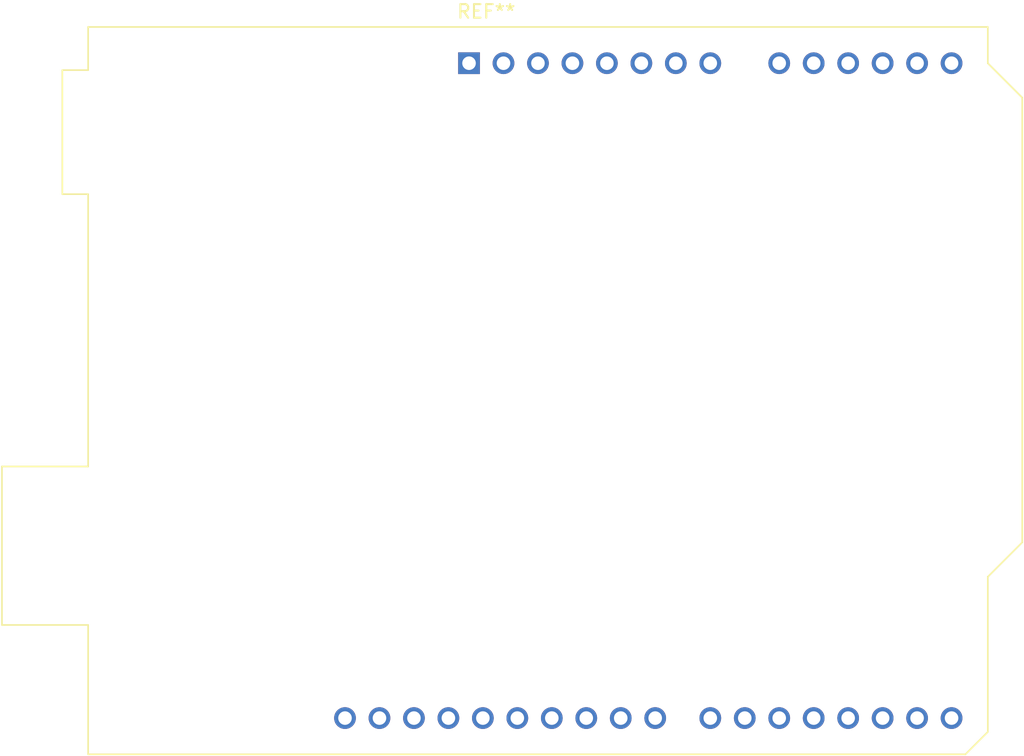
<source format=kicad_pcb>
(kicad_pcb (version 20171130) (host pcbnew 5.1.12-1.fc35)

  (general
    (thickness 1.6)
    (drawings 0)
    (tracks 0)
    (zones 0)
    (modules 1)
    (nets 1)
  )

  (page A4)
  (layers
    (0 F.Cu signal)
    (31 B.Cu signal)
    (32 B.Adhes user)
    (33 F.Adhes user)
    (34 B.Paste user)
    (35 F.Paste user)
    (36 B.SilkS user)
    (37 F.SilkS user)
    (38 B.Mask user)
    (39 F.Mask user)
    (40 Dwgs.User user)
    (41 Cmts.User user)
    (42 Eco1.User user)
    (43 Eco2.User user)
    (44 Edge.Cuts user)
    (45 Margin user)
    (46 B.CrtYd user)
    (47 F.CrtYd user)
    (48 B.Fab user)
    (49 F.Fab user)
  )

  (setup
    (last_trace_width 0.25)
    (trace_clearance 0.2)
    (zone_clearance 0.508)
    (zone_45_only no)
    (trace_min 0.2)
    (via_size 0.8)
    (via_drill 0.4)
    (via_min_size 0.4)
    (via_min_drill 0.3)
    (uvia_size 0.3)
    (uvia_drill 0.1)
    (uvias_allowed no)
    (uvia_min_size 0.2)
    (uvia_min_drill 0.1)
    (edge_width 0.12)
    (segment_width 0.12)
    (pcb_text_width 0.3)
    (pcb_text_size 1.5 1.5)
    (mod_edge_width 0.12)
    (mod_text_size 1 1)
    (mod_text_width 0.15)
    (pad_size 1.524 1.524)
    (pad_drill 0.762)
    (pad_to_mask_clearance 0)
    (aux_axis_origin 0 0)
    (visible_elements FFFFFF7F)
    (pcbplotparams
      (layerselection 0x010fc_ffffffff)
      (usegerberextensions false)
      (usegerberattributes true)
      (usegerberadvancedattributes true)
      (creategerberjobfile true)
      (excludeedgelayer true)
      (linewidth 0.200000)
      (plotframeref false)
      (viasonmask false)
      (mode 1)
      (useauxorigin false)
      (hpglpennumber 1)
      (hpglpenspeed 20)
      (hpglpendiameter 15.000000)
      (psnegative false)
      (psa4output false)
      (plotreference true)
      (plotvalue true)
      (plotinvisibletext false)
      (padsonsilk false)
      (subtractmaskfromsilk false)
      (outputformat 1)
      (mirror false)
      (drillshape 1)
      (scaleselection 1)
      (outputdirectory ""))
  )

  (net 0 "")

  (net_class Default "This is the default net class."
    (clearance 0.2)
    (trace_width 0.25)
    (via_dia 0.8)
    (via_drill 0.4)
    (uvia_dia 0.3)
    (uvia_drill 0.1)
  )

  (module Module:Arduino_UNO_R3_WithMountingHoles (layer F.Cu) (tedit 5B3F95CF) (tstamp 61F42546)
    (at 134.8 72.3)
    (descr "Arduino UNO R3, http://www.mouser.com/pdfdocs/Gravitech_Arduino_Nano3_0.pdf")
    (tags "Arduino UNO R3")
    (fp_text reference REF** (at 1.27 -3.81 180) (layer F.SilkS)
      (effects (font (size 1 1) (thickness 0.15)))
    )
    (fp_text value Arduino_UNO_R3_WithMountingHoles (at 0 22.86) (layer F.Fab)
      (effects (font (size 1 1) (thickness 0.15)))
    )
    (fp_text user %R (at 0 20.32 180) (layer F.Fab)
      (effects (font (size 1 1) (thickness 0.15)))
    )
    (fp_line (start 38.35 -2.79) (end 38.35 0) (layer F.CrtYd) (width 0.05))
    (fp_line (start 38.35 0) (end 40.89 2.54) (layer F.CrtYd) (width 0.05))
    (fp_line (start 40.89 2.54) (end 40.89 35.31) (layer F.CrtYd) (width 0.05))
    (fp_line (start 40.89 35.31) (end 38.35 37.85) (layer F.CrtYd) (width 0.05))
    (fp_line (start 38.35 37.85) (end 38.35 49.28) (layer F.CrtYd) (width 0.05))
    (fp_line (start 38.35 49.28) (end 36.58 51.05) (layer F.CrtYd) (width 0.05))
    (fp_line (start 36.58 51.05) (end -28.19 51.05) (layer F.CrtYd) (width 0.05))
    (fp_line (start -28.19 51.05) (end -28.19 41.53) (layer F.CrtYd) (width 0.05))
    (fp_line (start -28.19 41.53) (end -34.54 41.53) (layer F.CrtYd) (width 0.05))
    (fp_line (start -34.54 41.53) (end -34.54 29.59) (layer F.CrtYd) (width 0.05))
    (fp_line (start -34.54 29.59) (end -28.19 29.59) (layer F.CrtYd) (width 0.05))
    (fp_line (start -28.19 29.59) (end -28.19 9.78) (layer F.CrtYd) (width 0.05))
    (fp_line (start -28.19 9.78) (end -30.1 9.78) (layer F.CrtYd) (width 0.05))
    (fp_line (start -30.1 9.78) (end -30.1 0.38) (layer F.CrtYd) (width 0.05))
    (fp_line (start -30.1 0.38) (end -28.19 0.38) (layer F.CrtYd) (width 0.05))
    (fp_line (start -28.19 0.38) (end -28.19 -2.79) (layer F.CrtYd) (width 0.05))
    (fp_line (start -28.19 -2.79) (end 38.35 -2.79) (layer F.CrtYd) (width 0.05))
    (fp_line (start 40.77 35.31) (end 40.77 2.54) (layer F.SilkS) (width 0.12))
    (fp_line (start 40.77 2.54) (end 38.23 0) (layer F.SilkS) (width 0.12))
    (fp_line (start 38.23 0) (end 38.23 -2.67) (layer F.SilkS) (width 0.12))
    (fp_line (start 38.23 -2.67) (end -28.07 -2.67) (layer F.SilkS) (width 0.12))
    (fp_line (start -28.07 -2.67) (end -28.07 0.51) (layer F.SilkS) (width 0.12))
    (fp_line (start -28.07 0.51) (end -29.97 0.51) (layer F.SilkS) (width 0.12))
    (fp_line (start -29.97 0.51) (end -29.97 9.65) (layer F.SilkS) (width 0.12))
    (fp_line (start -29.97 9.65) (end -28.07 9.65) (layer F.SilkS) (width 0.12))
    (fp_line (start -28.07 9.65) (end -28.07 29.72) (layer F.SilkS) (width 0.12))
    (fp_line (start -28.07 29.72) (end -34.42 29.72) (layer F.SilkS) (width 0.12))
    (fp_line (start -34.42 29.72) (end -34.42 41.4) (layer F.SilkS) (width 0.12))
    (fp_line (start -34.42 41.4) (end -28.07 41.4) (layer F.SilkS) (width 0.12))
    (fp_line (start -28.07 41.4) (end -28.07 50.93) (layer F.SilkS) (width 0.12))
    (fp_line (start -28.07 50.93) (end 36.58 50.93) (layer F.SilkS) (width 0.12))
    (fp_line (start 36.58 50.93) (end 38.23 49.28) (layer F.SilkS) (width 0.12))
    (fp_line (start 38.23 49.28) (end 38.23 37.85) (layer F.SilkS) (width 0.12))
    (fp_line (start 38.23 37.85) (end 40.77 35.31) (layer F.SilkS) (width 0.12))
    (fp_line (start -34.29 29.84) (end -18.41 29.84) (layer F.Fab) (width 0.1))
    (fp_line (start -18.41 29.84) (end -18.41 41.27) (layer F.Fab) (width 0.1))
    (fp_line (start -18.41 41.27) (end -34.29 41.27) (layer F.Fab) (width 0.1))
    (fp_line (start -34.29 41.27) (end -34.29 29.84) (layer F.Fab) (width 0.1))
    (fp_line (start -29.84 0.64) (end -16.51 0.64) (layer F.Fab) (width 0.1))
    (fp_line (start -16.51 0.64) (end -16.51 9.53) (layer F.Fab) (width 0.1))
    (fp_line (start -16.51 9.53) (end -29.84 9.53) (layer F.Fab) (width 0.1))
    (fp_line (start -29.84 9.53) (end -29.84 0.64) (layer F.Fab) (width 0.1))
    (fp_line (start 38.1 37.85) (end 38.1 49.28) (layer F.Fab) (width 0.1))
    (fp_line (start 40.64 2.54) (end 40.64 35.31) (layer F.Fab) (width 0.1))
    (fp_line (start 40.64 35.31) (end 38.1 37.85) (layer F.Fab) (width 0.1))
    (fp_line (start 38.1 -2.54) (end 38.1 0) (layer F.Fab) (width 0.1))
    (fp_line (start 38.1 0) (end 40.64 2.54) (layer F.Fab) (width 0.1))
    (fp_line (start 38.1 49.28) (end 36.58 50.8) (layer F.Fab) (width 0.1))
    (fp_line (start 36.58 50.8) (end -27.94 50.8) (layer F.Fab) (width 0.1))
    (fp_line (start -27.94 50.8) (end -27.94 -2.54) (layer F.Fab) (width 0.1))
    (fp_line (start -27.94 -2.54) (end 38.1 -2.54) (layer F.Fab) (width 0.1))
    (pad "" np_thru_hole circle (at 38.1 5.08 90) (size 3.2 3.2) (drill 3.2) (layers *.Cu *.Mask))
    (pad "" np_thru_hole circle (at 38.1 33.02 90) (size 3.2 3.2) (drill 3.2) (layers *.Cu *.Mask))
    (pad "" np_thru_hole circle (at -12.7 48.26 90) (size 3.2 3.2) (drill 3.2) (layers *.Cu *.Mask))
    (pad "" np_thru_hole circle (at -13.97 0 90) (size 3.2 3.2) (drill 3.2) (layers *.Cu *.Mask))
    (pad 16 thru_hole oval (at 33.02 48.26 90) (size 1.6 1.6) (drill 1) (layers *.Cu *.Mask))
    (pad 15 thru_hole oval (at 35.56 48.26 90) (size 1.6 1.6) (drill 1) (layers *.Cu *.Mask))
    (pad 30 thru_hole oval (at -4.06 48.26 90) (size 1.6 1.6) (drill 1) (layers *.Cu *.Mask))
    (pad 14 thru_hole oval (at 35.56 0 90) (size 1.6 1.6) (drill 1) (layers *.Cu *.Mask))
    (pad 29 thru_hole oval (at -1.52 48.26 90) (size 1.6 1.6) (drill 1) (layers *.Cu *.Mask))
    (pad 13 thru_hole oval (at 33.02 0 90) (size 1.6 1.6) (drill 1) (layers *.Cu *.Mask))
    (pad 28 thru_hole oval (at 1.02 48.26 90) (size 1.6 1.6) (drill 1) (layers *.Cu *.Mask))
    (pad 12 thru_hole oval (at 30.48 0 90) (size 1.6 1.6) (drill 1) (layers *.Cu *.Mask))
    (pad 27 thru_hole oval (at 3.56 48.26 90) (size 1.6 1.6) (drill 1) (layers *.Cu *.Mask))
    (pad 11 thru_hole oval (at 27.94 0 90) (size 1.6 1.6) (drill 1) (layers *.Cu *.Mask))
    (pad 26 thru_hole oval (at 6.1 48.26 90) (size 1.6 1.6) (drill 1) (layers *.Cu *.Mask))
    (pad 10 thru_hole oval (at 25.4 0 90) (size 1.6 1.6) (drill 1) (layers *.Cu *.Mask))
    (pad 25 thru_hole oval (at 8.64 48.26 90) (size 1.6 1.6) (drill 1) (layers *.Cu *.Mask))
    (pad 9 thru_hole oval (at 22.86 0 90) (size 1.6 1.6) (drill 1) (layers *.Cu *.Mask))
    (pad 24 thru_hole oval (at 11.18 48.26 90) (size 1.6 1.6) (drill 1) (layers *.Cu *.Mask))
    (pad 8 thru_hole oval (at 17.78 0 90) (size 1.6 1.6) (drill 1) (layers *.Cu *.Mask))
    (pad 23 thru_hole oval (at 13.72 48.26 90) (size 1.6 1.6) (drill 1) (layers *.Cu *.Mask))
    (pad 7 thru_hole oval (at 15.24 0 90) (size 1.6 1.6) (drill 1) (layers *.Cu *.Mask))
    (pad 22 thru_hole oval (at 17.78 48.26 90) (size 1.6 1.6) (drill 1) (layers *.Cu *.Mask))
    (pad 6 thru_hole oval (at 12.7 0 90) (size 1.6 1.6) (drill 1) (layers *.Cu *.Mask))
    (pad 21 thru_hole oval (at 20.32 48.26 90) (size 1.6 1.6) (drill 1) (layers *.Cu *.Mask))
    (pad 5 thru_hole oval (at 10.16 0 90) (size 1.6 1.6) (drill 1) (layers *.Cu *.Mask))
    (pad 20 thru_hole oval (at 22.86 48.26 90) (size 1.6 1.6) (drill 1) (layers *.Cu *.Mask))
    (pad 4 thru_hole oval (at 7.62 0 90) (size 1.6 1.6) (drill 1) (layers *.Cu *.Mask))
    (pad 19 thru_hole oval (at 25.4 48.26 90) (size 1.6 1.6) (drill 1) (layers *.Cu *.Mask))
    (pad 3 thru_hole oval (at 5.08 0 90) (size 1.6 1.6) (drill 1) (layers *.Cu *.Mask))
    (pad 18 thru_hole oval (at 27.94 48.26 90) (size 1.6 1.6) (drill 1) (layers *.Cu *.Mask))
    (pad 2 thru_hole oval (at 2.54 0 90) (size 1.6 1.6) (drill 1) (layers *.Cu *.Mask))
    (pad 17 thru_hole oval (at 30.48 48.26 90) (size 1.6 1.6) (drill 1) (layers *.Cu *.Mask))
    (pad 1 thru_hole rect (at 0 0 90) (size 1.6 1.6) (drill 1) (layers *.Cu *.Mask))
    (pad 31 thru_hole oval (at -6.6 48.26 90) (size 1.6 1.6) (drill 1) (layers *.Cu *.Mask))
    (pad 32 thru_hole oval (at -9.14 48.26 90) (size 1.6 1.6) (drill 1) (layers *.Cu *.Mask))
    (model ${KISYS3DMOD}/Module.3dshapes/Arduino_UNO_R3_WithMountingHoles.wrl
      (at (xyz 0 0 0))
      (scale (xyz 1 1 1))
      (rotate (xyz 0 0 0))
    )
  )

)

</source>
